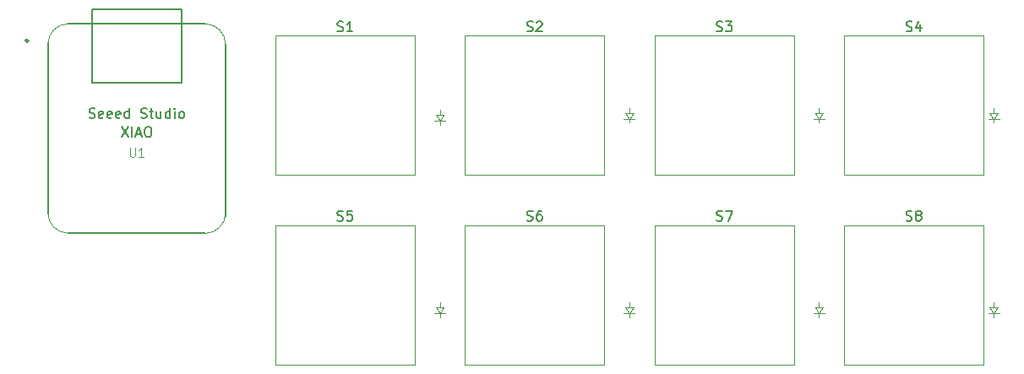
<source format=gto>
G04 #@! TF.GenerationSoftware,KiCad,Pcbnew,9.0.7*
G04 #@! TF.CreationDate,2026-02-18T19:16:35+11:00*
G04 #@! TF.ProjectId,noahs-macropad,6e6f6168-732d-46d6-9163-726f7061642e,rev?*
G04 #@! TF.SameCoordinates,Original*
G04 #@! TF.FileFunction,Legend,Top*
G04 #@! TF.FilePolarity,Positive*
%FSLAX46Y46*%
G04 Gerber Fmt 4.6, Leading zero omitted, Abs format (unit mm)*
G04 Created by KiCad (PCBNEW 9.0.7) date 2026-02-18 19:16:35*
%MOMM*%
%LPD*%
G01*
G04 APERTURE LIST*
%ADD10C,0.150000*%
%ADD11C,0.101600*%
%ADD12C,0.100000*%
%ADD13C,0.120000*%
%ADD14C,0.127000*%
%ADD15C,0.254000*%
%ADD16C,0.025400*%
G04 APERTURE END LIST*
D10*
X58738095Y-102033200D02*
X58880952Y-102080819D01*
X58880952Y-102080819D02*
X59119047Y-102080819D01*
X59119047Y-102080819D02*
X59214285Y-102033200D01*
X59214285Y-102033200D02*
X59261904Y-101985580D01*
X59261904Y-101985580D02*
X59309523Y-101890342D01*
X59309523Y-101890342D02*
X59309523Y-101795104D01*
X59309523Y-101795104D02*
X59261904Y-101699866D01*
X59261904Y-101699866D02*
X59214285Y-101652247D01*
X59214285Y-101652247D02*
X59119047Y-101604628D01*
X59119047Y-101604628D02*
X58928571Y-101557009D01*
X58928571Y-101557009D02*
X58833333Y-101509390D01*
X58833333Y-101509390D02*
X58785714Y-101461771D01*
X58785714Y-101461771D02*
X58738095Y-101366533D01*
X58738095Y-101366533D02*
X58738095Y-101271295D01*
X58738095Y-101271295D02*
X58785714Y-101176057D01*
X58785714Y-101176057D02*
X58833333Y-101128438D01*
X58833333Y-101128438D02*
X58928571Y-101080819D01*
X58928571Y-101080819D02*
X59166666Y-101080819D01*
X59166666Y-101080819D02*
X59309523Y-101128438D01*
X60261904Y-102080819D02*
X59690476Y-102080819D01*
X59976190Y-102080819D02*
X59976190Y-101080819D01*
X59976190Y-101080819D02*
X59880952Y-101223676D01*
X59880952Y-101223676D02*
X59785714Y-101318914D01*
X59785714Y-101318914D02*
X59690476Y-101366533D01*
D11*
X37947666Y-113757985D02*
X37947666Y-114477652D01*
X37947666Y-114477652D02*
X37990000Y-114562318D01*
X37990000Y-114562318D02*
X38032333Y-114604652D01*
X38032333Y-114604652D02*
X38117000Y-114646985D01*
X38117000Y-114646985D02*
X38286333Y-114646985D01*
X38286333Y-114646985D02*
X38371000Y-114604652D01*
X38371000Y-114604652D02*
X38413333Y-114562318D01*
X38413333Y-114562318D02*
X38455666Y-114477652D01*
X38455666Y-114477652D02*
X38455666Y-113757985D01*
X39344666Y-114646985D02*
X38836666Y-114646985D01*
X39090666Y-114646985D02*
X39090666Y-113757985D01*
X39090666Y-113757985D02*
X39005999Y-113884985D01*
X39005999Y-113884985D02*
X38921333Y-113969652D01*
X38921333Y-113969652D02*
X38836666Y-114011985D01*
D10*
X37101191Y-111655819D02*
X37767857Y-112655819D01*
X37767857Y-111655819D02*
X37101191Y-112655819D01*
X38148810Y-112655819D02*
X38148810Y-111655819D01*
X38577381Y-112370104D02*
X39053571Y-112370104D01*
X38482143Y-112655819D02*
X38815476Y-111655819D01*
X38815476Y-111655819D02*
X39148809Y-112655819D01*
X39672619Y-111655819D02*
X39863095Y-111655819D01*
X39863095Y-111655819D02*
X39958333Y-111703438D01*
X39958333Y-111703438D02*
X40053571Y-111798676D01*
X40053571Y-111798676D02*
X40101190Y-111989152D01*
X40101190Y-111989152D02*
X40101190Y-112322485D01*
X40101190Y-112322485D02*
X40053571Y-112512961D01*
X40053571Y-112512961D02*
X39958333Y-112608200D01*
X39958333Y-112608200D02*
X39863095Y-112655819D01*
X39863095Y-112655819D02*
X39672619Y-112655819D01*
X39672619Y-112655819D02*
X39577381Y-112608200D01*
X39577381Y-112608200D02*
X39482143Y-112512961D01*
X39482143Y-112512961D02*
X39434524Y-112322485D01*
X39434524Y-112322485D02*
X39434524Y-111989152D01*
X39434524Y-111989152D02*
X39482143Y-111798676D01*
X39482143Y-111798676D02*
X39577381Y-111703438D01*
X39577381Y-111703438D02*
X39672619Y-111655819D01*
X33863095Y-110728200D02*
X34005952Y-110775819D01*
X34005952Y-110775819D02*
X34244047Y-110775819D01*
X34244047Y-110775819D02*
X34339285Y-110728200D01*
X34339285Y-110728200D02*
X34386904Y-110680580D01*
X34386904Y-110680580D02*
X34434523Y-110585342D01*
X34434523Y-110585342D02*
X34434523Y-110490104D01*
X34434523Y-110490104D02*
X34386904Y-110394866D01*
X34386904Y-110394866D02*
X34339285Y-110347247D01*
X34339285Y-110347247D02*
X34244047Y-110299628D01*
X34244047Y-110299628D02*
X34053571Y-110252009D01*
X34053571Y-110252009D02*
X33958333Y-110204390D01*
X33958333Y-110204390D02*
X33910714Y-110156771D01*
X33910714Y-110156771D02*
X33863095Y-110061533D01*
X33863095Y-110061533D02*
X33863095Y-109966295D01*
X33863095Y-109966295D02*
X33910714Y-109871057D01*
X33910714Y-109871057D02*
X33958333Y-109823438D01*
X33958333Y-109823438D02*
X34053571Y-109775819D01*
X34053571Y-109775819D02*
X34291666Y-109775819D01*
X34291666Y-109775819D02*
X34434523Y-109823438D01*
X35244047Y-110728200D02*
X35148809Y-110775819D01*
X35148809Y-110775819D02*
X34958333Y-110775819D01*
X34958333Y-110775819D02*
X34863095Y-110728200D01*
X34863095Y-110728200D02*
X34815476Y-110632961D01*
X34815476Y-110632961D02*
X34815476Y-110252009D01*
X34815476Y-110252009D02*
X34863095Y-110156771D01*
X34863095Y-110156771D02*
X34958333Y-110109152D01*
X34958333Y-110109152D02*
X35148809Y-110109152D01*
X35148809Y-110109152D02*
X35244047Y-110156771D01*
X35244047Y-110156771D02*
X35291666Y-110252009D01*
X35291666Y-110252009D02*
X35291666Y-110347247D01*
X35291666Y-110347247D02*
X34815476Y-110442485D01*
X36101190Y-110728200D02*
X36005952Y-110775819D01*
X36005952Y-110775819D02*
X35815476Y-110775819D01*
X35815476Y-110775819D02*
X35720238Y-110728200D01*
X35720238Y-110728200D02*
X35672619Y-110632961D01*
X35672619Y-110632961D02*
X35672619Y-110252009D01*
X35672619Y-110252009D02*
X35720238Y-110156771D01*
X35720238Y-110156771D02*
X35815476Y-110109152D01*
X35815476Y-110109152D02*
X36005952Y-110109152D01*
X36005952Y-110109152D02*
X36101190Y-110156771D01*
X36101190Y-110156771D02*
X36148809Y-110252009D01*
X36148809Y-110252009D02*
X36148809Y-110347247D01*
X36148809Y-110347247D02*
X35672619Y-110442485D01*
X36958333Y-110728200D02*
X36863095Y-110775819D01*
X36863095Y-110775819D02*
X36672619Y-110775819D01*
X36672619Y-110775819D02*
X36577381Y-110728200D01*
X36577381Y-110728200D02*
X36529762Y-110632961D01*
X36529762Y-110632961D02*
X36529762Y-110252009D01*
X36529762Y-110252009D02*
X36577381Y-110156771D01*
X36577381Y-110156771D02*
X36672619Y-110109152D01*
X36672619Y-110109152D02*
X36863095Y-110109152D01*
X36863095Y-110109152D02*
X36958333Y-110156771D01*
X36958333Y-110156771D02*
X37005952Y-110252009D01*
X37005952Y-110252009D02*
X37005952Y-110347247D01*
X37005952Y-110347247D02*
X36529762Y-110442485D01*
X37863095Y-110775819D02*
X37863095Y-109775819D01*
X37863095Y-110728200D02*
X37767857Y-110775819D01*
X37767857Y-110775819D02*
X37577381Y-110775819D01*
X37577381Y-110775819D02*
X37482143Y-110728200D01*
X37482143Y-110728200D02*
X37434524Y-110680580D01*
X37434524Y-110680580D02*
X37386905Y-110585342D01*
X37386905Y-110585342D02*
X37386905Y-110299628D01*
X37386905Y-110299628D02*
X37434524Y-110204390D01*
X37434524Y-110204390D02*
X37482143Y-110156771D01*
X37482143Y-110156771D02*
X37577381Y-110109152D01*
X37577381Y-110109152D02*
X37767857Y-110109152D01*
X37767857Y-110109152D02*
X37863095Y-110156771D01*
X39053572Y-110728200D02*
X39196429Y-110775819D01*
X39196429Y-110775819D02*
X39434524Y-110775819D01*
X39434524Y-110775819D02*
X39529762Y-110728200D01*
X39529762Y-110728200D02*
X39577381Y-110680580D01*
X39577381Y-110680580D02*
X39625000Y-110585342D01*
X39625000Y-110585342D02*
X39625000Y-110490104D01*
X39625000Y-110490104D02*
X39577381Y-110394866D01*
X39577381Y-110394866D02*
X39529762Y-110347247D01*
X39529762Y-110347247D02*
X39434524Y-110299628D01*
X39434524Y-110299628D02*
X39244048Y-110252009D01*
X39244048Y-110252009D02*
X39148810Y-110204390D01*
X39148810Y-110204390D02*
X39101191Y-110156771D01*
X39101191Y-110156771D02*
X39053572Y-110061533D01*
X39053572Y-110061533D02*
X39053572Y-109966295D01*
X39053572Y-109966295D02*
X39101191Y-109871057D01*
X39101191Y-109871057D02*
X39148810Y-109823438D01*
X39148810Y-109823438D02*
X39244048Y-109775819D01*
X39244048Y-109775819D02*
X39482143Y-109775819D01*
X39482143Y-109775819D02*
X39625000Y-109823438D01*
X39910715Y-110109152D02*
X40291667Y-110109152D01*
X40053572Y-109775819D02*
X40053572Y-110632961D01*
X40053572Y-110632961D02*
X40101191Y-110728200D01*
X40101191Y-110728200D02*
X40196429Y-110775819D01*
X40196429Y-110775819D02*
X40291667Y-110775819D01*
X41053572Y-110109152D02*
X41053572Y-110775819D01*
X40625001Y-110109152D02*
X40625001Y-110632961D01*
X40625001Y-110632961D02*
X40672620Y-110728200D01*
X40672620Y-110728200D02*
X40767858Y-110775819D01*
X40767858Y-110775819D02*
X40910715Y-110775819D01*
X40910715Y-110775819D02*
X41005953Y-110728200D01*
X41005953Y-110728200D02*
X41053572Y-110680580D01*
X41958334Y-110775819D02*
X41958334Y-109775819D01*
X41958334Y-110728200D02*
X41863096Y-110775819D01*
X41863096Y-110775819D02*
X41672620Y-110775819D01*
X41672620Y-110775819D02*
X41577382Y-110728200D01*
X41577382Y-110728200D02*
X41529763Y-110680580D01*
X41529763Y-110680580D02*
X41482144Y-110585342D01*
X41482144Y-110585342D02*
X41482144Y-110299628D01*
X41482144Y-110299628D02*
X41529763Y-110204390D01*
X41529763Y-110204390D02*
X41577382Y-110156771D01*
X41577382Y-110156771D02*
X41672620Y-110109152D01*
X41672620Y-110109152D02*
X41863096Y-110109152D01*
X41863096Y-110109152D02*
X41958334Y-110156771D01*
X42434525Y-110775819D02*
X42434525Y-110109152D01*
X42434525Y-109775819D02*
X42386906Y-109823438D01*
X42386906Y-109823438D02*
X42434525Y-109871057D01*
X42434525Y-109871057D02*
X42482144Y-109823438D01*
X42482144Y-109823438D02*
X42434525Y-109775819D01*
X42434525Y-109775819D02*
X42434525Y-109871057D01*
X43053572Y-110775819D02*
X42958334Y-110728200D01*
X42958334Y-110728200D02*
X42910715Y-110680580D01*
X42910715Y-110680580D02*
X42863096Y-110585342D01*
X42863096Y-110585342D02*
X42863096Y-110299628D01*
X42863096Y-110299628D02*
X42910715Y-110204390D01*
X42910715Y-110204390D02*
X42958334Y-110156771D01*
X42958334Y-110156771D02*
X43053572Y-110109152D01*
X43053572Y-110109152D02*
X43196429Y-110109152D01*
X43196429Y-110109152D02*
X43291667Y-110156771D01*
X43291667Y-110156771D02*
X43339286Y-110204390D01*
X43339286Y-110204390D02*
X43386905Y-110299628D01*
X43386905Y-110299628D02*
X43386905Y-110585342D01*
X43386905Y-110585342D02*
X43339286Y-110680580D01*
X43339286Y-110680580D02*
X43291667Y-110728200D01*
X43291667Y-110728200D02*
X43196429Y-110775819D01*
X43196429Y-110775819D02*
X43053572Y-110775819D01*
X77738095Y-121033200D02*
X77880952Y-121080819D01*
X77880952Y-121080819D02*
X78119047Y-121080819D01*
X78119047Y-121080819D02*
X78214285Y-121033200D01*
X78214285Y-121033200D02*
X78261904Y-120985580D01*
X78261904Y-120985580D02*
X78309523Y-120890342D01*
X78309523Y-120890342D02*
X78309523Y-120795104D01*
X78309523Y-120795104D02*
X78261904Y-120699866D01*
X78261904Y-120699866D02*
X78214285Y-120652247D01*
X78214285Y-120652247D02*
X78119047Y-120604628D01*
X78119047Y-120604628D02*
X77928571Y-120557009D01*
X77928571Y-120557009D02*
X77833333Y-120509390D01*
X77833333Y-120509390D02*
X77785714Y-120461771D01*
X77785714Y-120461771D02*
X77738095Y-120366533D01*
X77738095Y-120366533D02*
X77738095Y-120271295D01*
X77738095Y-120271295D02*
X77785714Y-120176057D01*
X77785714Y-120176057D02*
X77833333Y-120128438D01*
X77833333Y-120128438D02*
X77928571Y-120080819D01*
X77928571Y-120080819D02*
X78166666Y-120080819D01*
X78166666Y-120080819D02*
X78309523Y-120128438D01*
X79166666Y-120080819D02*
X78976190Y-120080819D01*
X78976190Y-120080819D02*
X78880952Y-120128438D01*
X78880952Y-120128438D02*
X78833333Y-120176057D01*
X78833333Y-120176057D02*
X78738095Y-120318914D01*
X78738095Y-120318914D02*
X78690476Y-120509390D01*
X78690476Y-120509390D02*
X78690476Y-120890342D01*
X78690476Y-120890342D02*
X78738095Y-120985580D01*
X78738095Y-120985580D02*
X78785714Y-121033200D01*
X78785714Y-121033200D02*
X78880952Y-121080819D01*
X78880952Y-121080819D02*
X79071428Y-121080819D01*
X79071428Y-121080819D02*
X79166666Y-121033200D01*
X79166666Y-121033200D02*
X79214285Y-120985580D01*
X79214285Y-120985580D02*
X79261904Y-120890342D01*
X79261904Y-120890342D02*
X79261904Y-120652247D01*
X79261904Y-120652247D02*
X79214285Y-120557009D01*
X79214285Y-120557009D02*
X79166666Y-120509390D01*
X79166666Y-120509390D02*
X79071428Y-120461771D01*
X79071428Y-120461771D02*
X78880952Y-120461771D01*
X78880952Y-120461771D02*
X78785714Y-120509390D01*
X78785714Y-120509390D02*
X78738095Y-120557009D01*
X78738095Y-120557009D02*
X78690476Y-120652247D01*
X115738095Y-121033200D02*
X115880952Y-121080819D01*
X115880952Y-121080819D02*
X116119047Y-121080819D01*
X116119047Y-121080819D02*
X116214285Y-121033200D01*
X116214285Y-121033200D02*
X116261904Y-120985580D01*
X116261904Y-120985580D02*
X116309523Y-120890342D01*
X116309523Y-120890342D02*
X116309523Y-120795104D01*
X116309523Y-120795104D02*
X116261904Y-120699866D01*
X116261904Y-120699866D02*
X116214285Y-120652247D01*
X116214285Y-120652247D02*
X116119047Y-120604628D01*
X116119047Y-120604628D02*
X115928571Y-120557009D01*
X115928571Y-120557009D02*
X115833333Y-120509390D01*
X115833333Y-120509390D02*
X115785714Y-120461771D01*
X115785714Y-120461771D02*
X115738095Y-120366533D01*
X115738095Y-120366533D02*
X115738095Y-120271295D01*
X115738095Y-120271295D02*
X115785714Y-120176057D01*
X115785714Y-120176057D02*
X115833333Y-120128438D01*
X115833333Y-120128438D02*
X115928571Y-120080819D01*
X115928571Y-120080819D02*
X116166666Y-120080819D01*
X116166666Y-120080819D02*
X116309523Y-120128438D01*
X116880952Y-120509390D02*
X116785714Y-120461771D01*
X116785714Y-120461771D02*
X116738095Y-120414152D01*
X116738095Y-120414152D02*
X116690476Y-120318914D01*
X116690476Y-120318914D02*
X116690476Y-120271295D01*
X116690476Y-120271295D02*
X116738095Y-120176057D01*
X116738095Y-120176057D02*
X116785714Y-120128438D01*
X116785714Y-120128438D02*
X116880952Y-120080819D01*
X116880952Y-120080819D02*
X117071428Y-120080819D01*
X117071428Y-120080819D02*
X117166666Y-120128438D01*
X117166666Y-120128438D02*
X117214285Y-120176057D01*
X117214285Y-120176057D02*
X117261904Y-120271295D01*
X117261904Y-120271295D02*
X117261904Y-120318914D01*
X117261904Y-120318914D02*
X117214285Y-120414152D01*
X117214285Y-120414152D02*
X117166666Y-120461771D01*
X117166666Y-120461771D02*
X117071428Y-120509390D01*
X117071428Y-120509390D02*
X116880952Y-120509390D01*
X116880952Y-120509390D02*
X116785714Y-120557009D01*
X116785714Y-120557009D02*
X116738095Y-120604628D01*
X116738095Y-120604628D02*
X116690476Y-120699866D01*
X116690476Y-120699866D02*
X116690476Y-120890342D01*
X116690476Y-120890342D02*
X116738095Y-120985580D01*
X116738095Y-120985580D02*
X116785714Y-121033200D01*
X116785714Y-121033200D02*
X116880952Y-121080819D01*
X116880952Y-121080819D02*
X117071428Y-121080819D01*
X117071428Y-121080819D02*
X117166666Y-121033200D01*
X117166666Y-121033200D02*
X117214285Y-120985580D01*
X117214285Y-120985580D02*
X117261904Y-120890342D01*
X117261904Y-120890342D02*
X117261904Y-120699866D01*
X117261904Y-120699866D02*
X117214285Y-120604628D01*
X117214285Y-120604628D02*
X117166666Y-120557009D01*
X117166666Y-120557009D02*
X117071428Y-120509390D01*
X96738095Y-121033200D02*
X96880952Y-121080819D01*
X96880952Y-121080819D02*
X97119047Y-121080819D01*
X97119047Y-121080819D02*
X97214285Y-121033200D01*
X97214285Y-121033200D02*
X97261904Y-120985580D01*
X97261904Y-120985580D02*
X97309523Y-120890342D01*
X97309523Y-120890342D02*
X97309523Y-120795104D01*
X97309523Y-120795104D02*
X97261904Y-120699866D01*
X97261904Y-120699866D02*
X97214285Y-120652247D01*
X97214285Y-120652247D02*
X97119047Y-120604628D01*
X97119047Y-120604628D02*
X96928571Y-120557009D01*
X96928571Y-120557009D02*
X96833333Y-120509390D01*
X96833333Y-120509390D02*
X96785714Y-120461771D01*
X96785714Y-120461771D02*
X96738095Y-120366533D01*
X96738095Y-120366533D02*
X96738095Y-120271295D01*
X96738095Y-120271295D02*
X96785714Y-120176057D01*
X96785714Y-120176057D02*
X96833333Y-120128438D01*
X96833333Y-120128438D02*
X96928571Y-120080819D01*
X96928571Y-120080819D02*
X97166666Y-120080819D01*
X97166666Y-120080819D02*
X97309523Y-120128438D01*
X97642857Y-120080819D02*
X98309523Y-120080819D01*
X98309523Y-120080819D02*
X97880952Y-121080819D01*
X96738095Y-102033200D02*
X96880952Y-102080819D01*
X96880952Y-102080819D02*
X97119047Y-102080819D01*
X97119047Y-102080819D02*
X97214285Y-102033200D01*
X97214285Y-102033200D02*
X97261904Y-101985580D01*
X97261904Y-101985580D02*
X97309523Y-101890342D01*
X97309523Y-101890342D02*
X97309523Y-101795104D01*
X97309523Y-101795104D02*
X97261904Y-101699866D01*
X97261904Y-101699866D02*
X97214285Y-101652247D01*
X97214285Y-101652247D02*
X97119047Y-101604628D01*
X97119047Y-101604628D02*
X96928571Y-101557009D01*
X96928571Y-101557009D02*
X96833333Y-101509390D01*
X96833333Y-101509390D02*
X96785714Y-101461771D01*
X96785714Y-101461771D02*
X96738095Y-101366533D01*
X96738095Y-101366533D02*
X96738095Y-101271295D01*
X96738095Y-101271295D02*
X96785714Y-101176057D01*
X96785714Y-101176057D02*
X96833333Y-101128438D01*
X96833333Y-101128438D02*
X96928571Y-101080819D01*
X96928571Y-101080819D02*
X97166666Y-101080819D01*
X97166666Y-101080819D02*
X97309523Y-101128438D01*
X97642857Y-101080819D02*
X98261904Y-101080819D01*
X98261904Y-101080819D02*
X97928571Y-101461771D01*
X97928571Y-101461771D02*
X98071428Y-101461771D01*
X98071428Y-101461771D02*
X98166666Y-101509390D01*
X98166666Y-101509390D02*
X98214285Y-101557009D01*
X98214285Y-101557009D02*
X98261904Y-101652247D01*
X98261904Y-101652247D02*
X98261904Y-101890342D01*
X98261904Y-101890342D02*
X98214285Y-101985580D01*
X98214285Y-101985580D02*
X98166666Y-102033200D01*
X98166666Y-102033200D02*
X98071428Y-102080819D01*
X98071428Y-102080819D02*
X97785714Y-102080819D01*
X97785714Y-102080819D02*
X97690476Y-102033200D01*
X97690476Y-102033200D02*
X97642857Y-101985580D01*
X77738095Y-102033200D02*
X77880952Y-102080819D01*
X77880952Y-102080819D02*
X78119047Y-102080819D01*
X78119047Y-102080819D02*
X78214285Y-102033200D01*
X78214285Y-102033200D02*
X78261904Y-101985580D01*
X78261904Y-101985580D02*
X78309523Y-101890342D01*
X78309523Y-101890342D02*
X78309523Y-101795104D01*
X78309523Y-101795104D02*
X78261904Y-101699866D01*
X78261904Y-101699866D02*
X78214285Y-101652247D01*
X78214285Y-101652247D02*
X78119047Y-101604628D01*
X78119047Y-101604628D02*
X77928571Y-101557009D01*
X77928571Y-101557009D02*
X77833333Y-101509390D01*
X77833333Y-101509390D02*
X77785714Y-101461771D01*
X77785714Y-101461771D02*
X77738095Y-101366533D01*
X77738095Y-101366533D02*
X77738095Y-101271295D01*
X77738095Y-101271295D02*
X77785714Y-101176057D01*
X77785714Y-101176057D02*
X77833333Y-101128438D01*
X77833333Y-101128438D02*
X77928571Y-101080819D01*
X77928571Y-101080819D02*
X78166666Y-101080819D01*
X78166666Y-101080819D02*
X78309523Y-101128438D01*
X78690476Y-101176057D02*
X78738095Y-101128438D01*
X78738095Y-101128438D02*
X78833333Y-101080819D01*
X78833333Y-101080819D02*
X79071428Y-101080819D01*
X79071428Y-101080819D02*
X79166666Y-101128438D01*
X79166666Y-101128438D02*
X79214285Y-101176057D01*
X79214285Y-101176057D02*
X79261904Y-101271295D01*
X79261904Y-101271295D02*
X79261904Y-101366533D01*
X79261904Y-101366533D02*
X79214285Y-101509390D01*
X79214285Y-101509390D02*
X78642857Y-102080819D01*
X78642857Y-102080819D02*
X79261904Y-102080819D01*
X115738095Y-102033200D02*
X115880952Y-102080819D01*
X115880952Y-102080819D02*
X116119047Y-102080819D01*
X116119047Y-102080819D02*
X116214285Y-102033200D01*
X116214285Y-102033200D02*
X116261904Y-101985580D01*
X116261904Y-101985580D02*
X116309523Y-101890342D01*
X116309523Y-101890342D02*
X116309523Y-101795104D01*
X116309523Y-101795104D02*
X116261904Y-101699866D01*
X116261904Y-101699866D02*
X116214285Y-101652247D01*
X116214285Y-101652247D02*
X116119047Y-101604628D01*
X116119047Y-101604628D02*
X115928571Y-101557009D01*
X115928571Y-101557009D02*
X115833333Y-101509390D01*
X115833333Y-101509390D02*
X115785714Y-101461771D01*
X115785714Y-101461771D02*
X115738095Y-101366533D01*
X115738095Y-101366533D02*
X115738095Y-101271295D01*
X115738095Y-101271295D02*
X115785714Y-101176057D01*
X115785714Y-101176057D02*
X115833333Y-101128438D01*
X115833333Y-101128438D02*
X115928571Y-101080819D01*
X115928571Y-101080819D02*
X116166666Y-101080819D01*
X116166666Y-101080819D02*
X116309523Y-101128438D01*
X117166666Y-101414152D02*
X117166666Y-102080819D01*
X116928571Y-101033200D02*
X116690476Y-101747485D01*
X116690476Y-101747485D02*
X117309523Y-101747485D01*
X58738095Y-121033200D02*
X58880952Y-121080819D01*
X58880952Y-121080819D02*
X59119047Y-121080819D01*
X59119047Y-121080819D02*
X59214285Y-121033200D01*
X59214285Y-121033200D02*
X59261904Y-120985580D01*
X59261904Y-120985580D02*
X59309523Y-120890342D01*
X59309523Y-120890342D02*
X59309523Y-120795104D01*
X59309523Y-120795104D02*
X59261904Y-120699866D01*
X59261904Y-120699866D02*
X59214285Y-120652247D01*
X59214285Y-120652247D02*
X59119047Y-120604628D01*
X59119047Y-120604628D02*
X58928571Y-120557009D01*
X58928571Y-120557009D02*
X58833333Y-120509390D01*
X58833333Y-120509390D02*
X58785714Y-120461771D01*
X58785714Y-120461771D02*
X58738095Y-120366533D01*
X58738095Y-120366533D02*
X58738095Y-120271295D01*
X58738095Y-120271295D02*
X58785714Y-120176057D01*
X58785714Y-120176057D02*
X58833333Y-120128438D01*
X58833333Y-120128438D02*
X58928571Y-120080819D01*
X58928571Y-120080819D02*
X59166666Y-120080819D01*
X59166666Y-120080819D02*
X59309523Y-120128438D01*
X60214285Y-120080819D02*
X59738095Y-120080819D01*
X59738095Y-120080819D02*
X59690476Y-120557009D01*
X59690476Y-120557009D02*
X59738095Y-120509390D01*
X59738095Y-120509390D02*
X59833333Y-120461771D01*
X59833333Y-120461771D02*
X60071428Y-120461771D01*
X60071428Y-120461771D02*
X60166666Y-120509390D01*
X60166666Y-120509390D02*
X60214285Y-120557009D01*
X60214285Y-120557009D02*
X60261904Y-120652247D01*
X60261904Y-120652247D02*
X60261904Y-120890342D01*
X60261904Y-120890342D02*
X60214285Y-120985580D01*
X60214285Y-120985580D02*
X60166666Y-121033200D01*
X60166666Y-121033200D02*
X60071428Y-121080819D01*
X60071428Y-121080819D02*
X59833333Y-121080819D01*
X59833333Y-121080819D02*
X59738095Y-121033200D01*
X59738095Y-121033200D02*
X59690476Y-120985580D01*
D12*
X68450000Y-111040000D02*
X69550000Y-111040000D01*
X68600000Y-110440000D02*
X69400000Y-110440000D01*
X69000000Y-110440000D02*
X69000000Y-109940000D01*
X69000000Y-111040000D02*
X68600000Y-110440000D01*
X69000000Y-111440000D02*
X69000000Y-111040000D01*
X69400000Y-110440000D02*
X69000000Y-111040000D01*
D13*
X52515000Y-102515000D02*
X66485000Y-102515000D01*
X52515000Y-116485000D02*
X52515000Y-102515000D01*
X66485000Y-102515000D02*
X66485000Y-116485000D01*
X66485000Y-116485000D02*
X52515000Y-116485000D01*
D12*
X87450000Y-130350000D02*
X88550000Y-130350000D01*
X87600000Y-129750000D02*
X88400000Y-129750000D01*
X88000000Y-129750000D02*
X88000000Y-129250000D01*
X88000000Y-130350000D02*
X87600000Y-129750000D01*
X88000000Y-130750000D02*
X88000000Y-130350000D01*
X88400000Y-129750000D02*
X88000000Y-130350000D01*
X106450000Y-130350000D02*
X107550000Y-130350000D01*
X106600000Y-129750000D02*
X107400000Y-129750000D01*
X107000000Y-129750000D02*
X107000000Y-129250000D01*
X107000000Y-130350000D02*
X106600000Y-129750000D01*
X107000000Y-130750000D02*
X107000000Y-130350000D01*
X107400000Y-129750000D02*
X107000000Y-130350000D01*
D14*
X29725000Y-103321000D02*
X29725000Y-120321000D01*
X31725000Y-122321000D02*
X45525000Y-122321000D01*
X34125000Y-99896970D02*
X43125000Y-99896970D01*
X34125000Y-107250270D02*
X34125000Y-99896970D01*
X43125000Y-99896970D02*
X43125000Y-107250270D01*
X43125000Y-107250270D02*
X34125000Y-107250270D01*
X45525000Y-101321910D02*
X31725000Y-101321910D01*
X47525000Y-120321000D02*
X47525000Y-103321000D01*
D13*
X29725000Y-103321000D02*
G75*
G02*
X31725000Y-101321000I2044612J-44612D01*
G01*
X31725000Y-122321000D02*
G75*
G02*
X29725000Y-120321000I44857J2044857D01*
G01*
X45525000Y-101321000D02*
G75*
G02*
X47525000Y-103321000I-44610J-2044610D01*
G01*
X47525000Y-120321000D02*
G75*
G02*
X45525000Y-122321000I-2000000J0D01*
G01*
D15*
X27752000Y-103021000D02*
G75*
G02*
X27498000Y-103021000I-127000J0D01*
G01*
X27498000Y-103021000D02*
G75*
G02*
X27752000Y-103021000I127000J0D01*
G01*
D16*
X29737285Y-103259295D02*
X29740333Y-103210527D01*
X29744397Y-103161506D01*
X29737285Y-103259295D01*
X47512713Y-120391850D02*
X47509665Y-120440618D01*
X47505601Y-120489639D01*
X47500268Y-120538407D01*
X47493664Y-120587175D01*
X47486044Y-120635690D01*
X47477153Y-120683950D01*
X47467248Y-120731955D01*
X47514492Y-120342574D01*
X47512713Y-120391850D01*
D12*
X68450000Y-130350000D02*
X69550000Y-130350000D01*
X68600000Y-129750000D02*
X69400000Y-129750000D01*
X69000000Y-129750000D02*
X69000000Y-129250000D01*
X69000000Y-130350000D02*
X68600000Y-129750000D01*
X69000000Y-130750000D02*
X69000000Y-130350000D01*
X69400000Y-129750000D02*
X69000000Y-130350000D01*
X87450000Y-110850000D02*
X88550000Y-110850000D01*
X87600000Y-110250000D02*
X88400000Y-110250000D01*
X88000000Y-110250000D02*
X88000000Y-109750000D01*
X88000000Y-110850000D02*
X87600000Y-110250000D01*
X88000000Y-111250000D02*
X88000000Y-110850000D01*
X88400000Y-110250000D02*
X88000000Y-110850000D01*
D13*
X71515000Y-121515000D02*
X85485000Y-121515000D01*
X71515000Y-135485000D02*
X71515000Y-121515000D01*
X85485000Y-121515000D02*
X85485000Y-135485000D01*
X85485000Y-135485000D02*
X71515000Y-135485000D01*
X109515000Y-121515000D02*
X123485000Y-121515000D01*
X109515000Y-135485000D02*
X109515000Y-121515000D01*
X123485000Y-121515000D02*
X123485000Y-135485000D01*
X123485000Y-135485000D02*
X109515000Y-135485000D01*
X90515000Y-121515000D02*
X104485000Y-121515000D01*
X90515000Y-135485000D02*
X90515000Y-121515000D01*
X104485000Y-121515000D02*
X104485000Y-135485000D01*
X104485000Y-135485000D02*
X90515000Y-135485000D01*
D12*
X123950000Y-110850000D02*
X125050000Y-110850000D01*
X124100000Y-110250000D02*
X124900000Y-110250000D01*
X124500000Y-110250000D02*
X124500000Y-109750000D01*
X124500000Y-110850000D02*
X124100000Y-110250000D01*
X124500000Y-111250000D02*
X124500000Y-110850000D01*
X124900000Y-110250000D02*
X124500000Y-110850000D01*
X123950000Y-130350000D02*
X125050000Y-130350000D01*
X124100000Y-129750000D02*
X124900000Y-129750000D01*
X124500000Y-129750000D02*
X124500000Y-129250000D01*
X124500000Y-130350000D02*
X124100000Y-129750000D01*
X124500000Y-130750000D02*
X124500000Y-130350000D01*
X124900000Y-129750000D02*
X124500000Y-130350000D01*
D13*
X90515000Y-102515000D02*
X104485000Y-102515000D01*
X90515000Y-116485000D02*
X90515000Y-102515000D01*
X104485000Y-102515000D02*
X104485000Y-116485000D01*
X104485000Y-116485000D02*
X90515000Y-116485000D01*
X71515000Y-102515000D02*
X85485000Y-102515000D01*
X71515000Y-116485000D02*
X71515000Y-102515000D01*
X85485000Y-102515000D02*
X85485000Y-116485000D01*
X85485000Y-116485000D02*
X71515000Y-116485000D01*
X109515000Y-102515000D02*
X123485000Y-102515000D01*
X109515000Y-116485000D02*
X109515000Y-102515000D01*
X123485000Y-102515000D02*
X123485000Y-116485000D01*
X123485000Y-116485000D02*
X109515000Y-116485000D01*
X52515000Y-121515000D02*
X66485000Y-121515000D01*
X52515000Y-135485000D02*
X52515000Y-121515000D01*
X66485000Y-121515000D02*
X66485000Y-135485000D01*
X66485000Y-135485000D02*
X52515000Y-135485000D01*
D12*
X106450000Y-110850000D02*
X107550000Y-110850000D01*
X106600000Y-110250000D02*
X107400000Y-110250000D01*
X107000000Y-110250000D02*
X107000000Y-109750000D01*
X107000000Y-110850000D02*
X106600000Y-110250000D01*
X107000000Y-111250000D02*
X107000000Y-110850000D01*
X107400000Y-110250000D02*
X107000000Y-110850000D01*
M02*

</source>
